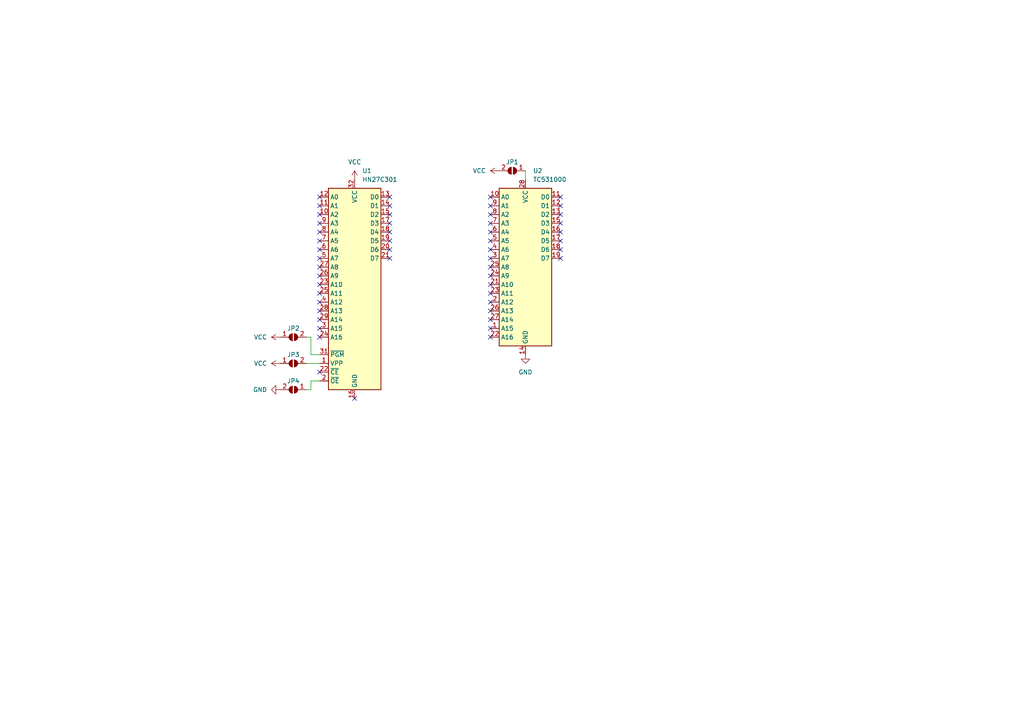
<source format=kicad_sch>
(kicad_sch (version 20230121) (generator eeschema)

  (uuid 230c2cfb-0c5c-485f-aa0d-b502d459a55a)

  (paper "A4")

  (lib_symbols
    (symbol "Jumper:SolderJumper_2_Open" (pin_names (offset 0) hide) (in_bom yes) (on_board yes)
      (property "Reference" "JP" (at 0 2.032 0)
        (effects (font (size 1.27 1.27)))
      )
      (property "Value" "SolderJumper_2_Open" (at 0 -2.54 0)
        (effects (font (size 1.27 1.27)))
      )
      (property "Footprint" "" (at 0 0 0)
        (effects (font (size 1.27 1.27)) hide)
      )
      (property "Datasheet" "~" (at 0 0 0)
        (effects (font (size 1.27 1.27)) hide)
      )
      (property "ki_keywords" "solder jumper SPST" (at 0 0 0)
        (effects (font (size 1.27 1.27)) hide)
      )
      (property "ki_description" "Solder Jumper, 2-pole, open" (at 0 0 0)
        (effects (font (size 1.27 1.27)) hide)
      )
      (property "ki_fp_filters" "SolderJumper*Open*" (at 0 0 0)
        (effects (font (size 1.27 1.27)) hide)
      )
      (symbol "SolderJumper_2_Open_0_1"
        (arc (start -0.254 1.016) (mid -1.2656 0) (end -0.254 -1.016)
          (stroke (width 0) (type default))
          (fill (type none))
        )
        (arc (start -0.254 1.016) (mid -1.2656 0) (end -0.254 -1.016)
          (stroke (width 0) (type default))
          (fill (type outline))
        )
        (polyline
          (pts
            (xy -0.254 1.016)
            (xy -0.254 -1.016)
          )
          (stroke (width 0) (type default))
          (fill (type none))
        )
        (polyline
          (pts
            (xy 0.254 1.016)
            (xy 0.254 -1.016)
          )
          (stroke (width 0) (type default))
          (fill (type none))
        )
        (arc (start 0.254 -1.016) (mid 1.2656 0) (end 0.254 1.016)
          (stroke (width 0) (type default))
          (fill (type none))
        )
        (arc (start 0.254 -1.016) (mid 1.2656 0) (end 0.254 1.016)
          (stroke (width 0) (type default))
          (fill (type outline))
        )
      )
      (symbol "SolderJumper_2_Open_1_1"
        (pin passive line (at -3.81 0 0) (length 2.54)
          (name "A" (effects (font (size 1.27 1.27))))
          (number "1" (effects (font (size 1.27 1.27))))
        )
        (pin passive line (at 3.81 0 180) (length 2.54)
          (name "B" (effects (font (size 1.27 1.27))))
          (number "2" (effects (font (size 1.27 1.27))))
        )
      )
    )
    (symbol "alxlab:HN27C301" (in_bom yes) (on_board yes)
      (property "Reference" "U" (at -7.62 29.21 0)
        (effects (font (size 1.27 1.27)))
      )
      (property "Value" "HN27C301" (at 2.54 -31.75 0)
        (effects (font (size 1.27 1.27)) (justify left))
      )
      (property "Footprint" "" (at 0 0 0)
        (effects (font (size 1.27 1.27)) hide)
      )
      (property "Datasheet" "" (at 0 0 0)
        (effects (font (size 1.27 1.27)) hide)
      )
      (property "ki_keywords" "OTP EPROM 1MiBit" (at 0 0 0)
        (effects (font (size 1.27 1.27)) hide)
      )
      (property "ki_description" "OTP EPROM 1 MiBit (128 Ki x 8 Bit)" (at 0 0 0)
        (effects (font (size 1.27 1.27)) hide)
      )
      (property "ki_fp_filters" "DIP*W15.24mm* PLCC*" (at 0 0 0)
        (effects (font (size 1.27 1.27)) hide)
      )
      (symbol "HN27C301_1_1"
        (rectangle (start -7.62 27.94) (end 7.62 -30.48)
          (stroke (width 0.254) (type default))
          (fill (type background))
        )
        (pin input line (at -10.16 -22.86 0) (length 2.54)
          (name "VPP" (effects (font (size 1.27 1.27))))
          (number "1" (effects (font (size 1.27 1.27))))
        )
        (pin input line (at -10.16 20.32 0) (length 2.54)
          (name "A2" (effects (font (size 1.27 1.27))))
          (number "10" (effects (font (size 1.27 1.27))))
        )
        (pin input line (at -10.16 22.86 0) (length 2.54)
          (name "A1" (effects (font (size 1.27 1.27))))
          (number "11" (effects (font (size 1.27 1.27))))
        )
        (pin input line (at -10.16 25.4 0) (length 2.54)
          (name "A0" (effects (font (size 1.27 1.27))))
          (number "12" (effects (font (size 1.27 1.27))))
        )
        (pin tri_state line (at 10.16 25.4 180) (length 2.54)
          (name "D0" (effects (font (size 1.27 1.27))))
          (number "13" (effects (font (size 1.27 1.27))))
        )
        (pin tri_state line (at 10.16 22.86 180) (length 2.54)
          (name "D1" (effects (font (size 1.27 1.27))))
          (number "14" (effects (font (size 1.27 1.27))))
        )
        (pin tri_state line (at 10.16 20.32 180) (length 2.54)
          (name "D2" (effects (font (size 1.27 1.27))))
          (number "15" (effects (font (size 1.27 1.27))))
        )
        (pin power_in line (at 0 -33.02 90) (length 2.54)
          (name "GND" (effects (font (size 1.27 1.27))))
          (number "16" (effects (font (size 1.27 1.27))))
        )
        (pin tri_state line (at 10.16 17.78 180) (length 2.54)
          (name "D3" (effects (font (size 1.27 1.27))))
          (number "17" (effects (font (size 1.27 1.27))))
        )
        (pin tri_state line (at 10.16 15.24 180) (length 2.54)
          (name "D4" (effects (font (size 1.27 1.27))))
          (number "18" (effects (font (size 1.27 1.27))))
        )
        (pin tri_state line (at 10.16 12.7 180) (length 2.54)
          (name "D5" (effects (font (size 1.27 1.27))))
          (number "19" (effects (font (size 1.27 1.27))))
        )
        (pin input line (at -10.16 -27.94 0) (length 2.54)
          (name "~{OE}" (effects (font (size 1.27 1.27))))
          (number "2" (effects (font (size 1.27 1.27))))
        )
        (pin tri_state line (at 10.16 10.16 180) (length 2.54)
          (name "D6" (effects (font (size 1.27 1.27))))
          (number "20" (effects (font (size 1.27 1.27))))
        )
        (pin tri_state line (at 10.16 7.62 180) (length 2.54)
          (name "D7" (effects (font (size 1.27 1.27))))
          (number "21" (effects (font (size 1.27 1.27))))
        )
        (pin input line (at -10.16 -25.4 0) (length 2.54)
          (name "~{CE}" (effects (font (size 1.27 1.27))))
          (number "22" (effects (font (size 1.27 1.27))))
        )
        (pin input line (at -10.16 0 0) (length 2.54)
          (name "A10" (effects (font (size 1.27 1.27))))
          (number "23" (effects (font (size 1.27 1.27))))
        )
        (pin input line (at -10.16 -15.24 0) (length 2.54)
          (name "A16" (effects (font (size 1.27 1.27))))
          (number "24" (effects (font (size 1.27 1.27))))
        )
        (pin input line (at -10.16 -2.54 0) (length 2.54)
          (name "A11" (effects (font (size 1.27 1.27))))
          (number "25" (effects (font (size 1.27 1.27))))
        )
        (pin input line (at -10.16 2.54 0) (length 2.54)
          (name "A9" (effects (font (size 1.27 1.27))))
          (number "26" (effects (font (size 1.27 1.27))))
        )
        (pin input line (at -10.16 5.08 0) (length 2.54)
          (name "A8" (effects (font (size 1.27 1.27))))
          (number "27" (effects (font (size 1.27 1.27))))
        )
        (pin input line (at -10.16 -7.62 0) (length 2.54)
          (name "A13" (effects (font (size 1.27 1.27))))
          (number "28" (effects (font (size 1.27 1.27))))
        )
        (pin input line (at -10.16 -10.16 0) (length 2.54)
          (name "A14" (effects (font (size 1.27 1.27))))
          (number "29" (effects (font (size 1.27 1.27))))
        )
        (pin input line (at -10.16 -12.7 0) (length 2.54)
          (name "A15" (effects (font (size 1.27 1.27))))
          (number "3" (effects (font (size 1.27 1.27))))
        )
        (pin input line (at -10.16 -20.32 0) (length 2.54)
          (name "~{PGM}" (effects (font (size 1.27 1.27))))
          (number "31" (effects (font (size 1.27 1.27))))
        )
        (pin power_in line (at 0 30.48 270) (length 2.54)
          (name "VCC" (effects (font (size 1.27 1.27))))
          (number "32" (effects (font (size 1.27 1.27))))
        )
        (pin input line (at -10.16 -5.08 0) (length 2.54)
          (name "A12" (effects (font (size 1.27 1.27))))
          (number "4" (effects (font (size 1.27 1.27))))
        )
        (pin input line (at -10.16 7.62 0) (length 2.54)
          (name "A7" (effects (font (size 1.27 1.27))))
          (number "5" (effects (font (size 1.27 1.27))))
        )
        (pin input line (at -10.16 10.16 0) (length 2.54)
          (name "A6" (effects (font (size 1.27 1.27))))
          (number "6" (effects (font (size 1.27 1.27))))
        )
        (pin input line (at -10.16 12.7 0) (length 2.54)
          (name "A5" (effects (font (size 1.27 1.27))))
          (number "7" (effects (font (size 1.27 1.27))))
        )
        (pin input line (at -10.16 15.24 0) (length 2.54)
          (name "A4" (effects (font (size 1.27 1.27))))
          (number "8" (effects (font (size 1.27 1.27))))
        )
        (pin input line (at -10.16 17.78 0) (length 2.54)
          (name "A3" (effects (font (size 1.27 1.27))))
          (number "9" (effects (font (size 1.27 1.27))))
        )
      )
    )
    (symbol "alxlab:TC531000" (in_bom yes) (on_board yes)
      (property "Reference" "U" (at -7.62 24.13 0)
        (effects (font (size 1.27 1.27)))
      )
      (property "Value" "TC531000" (at 2.54 -25.4 0)
        (effects (font (size 1.27 1.27)) (justify left))
      )
      (property "Footprint" "" (at 0 -5.08 0)
        (effects (font (size 1.27 1.27)) hide)
      )
      (property "Datasheet" "" (at 0 -5.08 0)
        (effects (font (size 1.27 1.27)) hide)
      )
      (property "ki_keywords" "MROM 1MiBit" (at 0 0 0)
        (effects (font (size 1.27 1.27)) hide)
      )
      (property "ki_description" "MROM 1 MiBit (128 Ki x 8 Bit)" (at 0 0 0)
        (effects (font (size 1.27 1.27)) hide)
      )
      (property "ki_fp_filters" "DIP*W15.24mm* PLCC*" (at 0 0 0)
        (effects (font (size 1.27 1.27)) hide)
      )
      (symbol "TC531000_1_1"
        (rectangle (start -7.62 22.86) (end 7.62 -22.86)
          (stroke (width 0.254) (type default))
          (fill (type background))
        )
        (pin input line (at -10.16 -17.78 0) (length 2.54)
          (name "A15" (effects (font (size 1.27 1.27))))
          (number "1" (effects (font (size 1.27 1.27))))
        )
        (pin input line (at -10.16 20.32 0) (length 2.54)
          (name "A0" (effects (font (size 1.27 1.27))))
          (number "10" (effects (font (size 1.27 1.27))))
        )
        (pin output line (at 10.16 20.32 180) (length 2.54)
          (name "D0" (effects (font (size 1.27 1.27))))
          (number "11" (effects (font (size 1.27 1.27))))
        )
        (pin output line (at 10.16 17.78 180) (length 2.54)
          (name "D1" (effects (font (size 1.27 1.27))))
          (number "12" (effects (font (size 1.27 1.27))))
        )
        (pin output line (at 10.16 15.24 180) (length 2.54)
          (name "D2" (effects (font (size 1.27 1.27))))
          (number "13" (effects (font (size 1.27 1.27))))
        )
        (pin power_in line (at 0 -25.4 90) (length 2.54)
          (name "GND" (effects (font (size 1.27 1.27))))
          (number "14" (effects (font (size 1.27 1.27))))
        )
        (pin output line (at 10.16 12.7 180) (length 2.54)
          (name "D3" (effects (font (size 1.27 1.27))))
          (number "15" (effects (font (size 1.27 1.27))))
        )
        (pin output line (at 10.16 10.16 180) (length 2.54)
          (name "D4" (effects (font (size 1.27 1.27))))
          (number "16" (effects (font (size 1.27 1.27))))
        )
        (pin output line (at 10.16 7.62 180) (length 2.54)
          (name "D5" (effects (font (size 1.27 1.27))))
          (number "17" (effects (font (size 1.27 1.27))))
        )
        (pin output line (at 10.16 5.08 180) (length 2.54)
          (name "D6" (effects (font (size 1.27 1.27))))
          (number "18" (effects (font (size 1.27 1.27))))
        )
        (pin output line (at 10.16 2.54 180) (length 2.54)
          (name "D7" (effects (font (size 1.27 1.27))))
          (number "19" (effects (font (size 1.27 1.27))))
        )
        (pin input line (at -10.16 -10.16 0) (length 2.54)
          (name "A12" (effects (font (size 1.27 1.27))))
          (number "2" (effects (font (size 1.27 1.27))))
        )
        (pin input line (at -10.16 -5.08 0) (length 2.54)
          (name "A10" (effects (font (size 1.27 1.27))))
          (number "21" (effects (font (size 1.27 1.27))))
        )
        (pin input line (at -10.16 -20.32 0) (length 2.54)
          (name "A16" (effects (font (size 1.27 1.27))))
          (number "22" (effects (font (size 1.27 1.27))))
        )
        (pin input line (at -10.16 -7.62 0) (length 2.54)
          (name "A11" (effects (font (size 1.27 1.27))))
          (number "23" (effects (font (size 1.27 1.27))))
        )
        (pin input line (at -10.16 -2.54 0) (length 2.54)
          (name "A9" (effects (font (size 1.27 1.27))))
          (number "24" (effects (font (size 1.27 1.27))))
        )
        (pin input line (at -10.16 0 0) (length 2.54)
          (name "A8" (effects (font (size 1.27 1.27))))
          (number "25" (effects (font (size 1.27 1.27))))
        )
        (pin input line (at -10.16 -12.7 0) (length 2.54)
          (name "A13" (effects (font (size 1.27 1.27))))
          (number "26" (effects (font (size 1.27 1.27))))
        )
        (pin input line (at -10.16 -15.24 0) (length 2.54)
          (name "A14" (effects (font (size 1.27 1.27))))
          (number "27" (effects (font (size 1.27 1.27))))
        )
        (pin power_in line (at 0 25.4 270) (length 2.54)
          (name "VCC" (effects (font (size 1.27 1.27))))
          (number "28" (effects (font (size 1.27 1.27))))
        )
        (pin input line (at -10.16 2.54 0) (length 2.54)
          (name "A7" (effects (font (size 1.27 1.27))))
          (number "3" (effects (font (size 1.27 1.27))))
        )
        (pin input line (at -10.16 5.08 0) (length 2.54)
          (name "A6" (effects (font (size 1.27 1.27))))
          (number "4" (effects (font (size 1.27 1.27))))
        )
        (pin input line (at -10.16 7.62 0) (length 2.54)
          (name "A5" (effects (font (size 1.27 1.27))))
          (number "5" (effects (font (size 1.27 1.27))))
        )
        (pin input line (at -10.16 10.16 0) (length 2.54)
          (name "A4" (effects (font (size 1.27 1.27))))
          (number "6" (effects (font (size 1.27 1.27))))
        )
        (pin input line (at -10.16 12.7 0) (length 2.54)
          (name "A3" (effects (font (size 1.27 1.27))))
          (number "7" (effects (font (size 1.27 1.27))))
        )
        (pin input line (at -10.16 15.24 0) (length 2.54)
          (name "A2" (effects (font (size 1.27 1.27))))
          (number "8" (effects (font (size 1.27 1.27))))
        )
        (pin input line (at -10.16 17.78 0) (length 2.54)
          (name "A1" (effects (font (size 1.27 1.27))))
          (number "9" (effects (font (size 1.27 1.27))))
        )
      )
    )
    (symbol "power:GND" (power) (pin_names (offset 0)) (in_bom yes) (on_board yes)
      (property "Reference" "#PWR" (at 0 -6.35 0)
        (effects (font (size 1.27 1.27)) hide)
      )
      (property "Value" "GND" (at 0 -3.81 0)
        (effects (font (size 1.27 1.27)))
      )
      (property "Footprint" "" (at 0 0 0)
        (effects (font (size 1.27 1.27)) hide)
      )
      (property "Datasheet" "" (at 0 0 0)
        (effects (font (size 1.27 1.27)) hide)
      )
      (property "ki_keywords" "global power" (at 0 0 0)
        (effects (font (size 1.27 1.27)) hide)
      )
      (property "ki_description" "Power symbol creates a global label with name \"GND\" , ground" (at 0 0 0)
        (effects (font (size 1.27 1.27)) hide)
      )
      (symbol "GND_0_1"
        (polyline
          (pts
            (xy 0 0)
            (xy 0 -1.27)
            (xy 1.27 -1.27)
            (xy 0 -2.54)
            (xy -1.27 -1.27)
            (xy 0 -1.27)
          )
          (stroke (width 0) (type default))
          (fill (type none))
        )
      )
      (symbol "GND_1_1"
        (pin power_in line (at 0 0 270) (length 0) hide
          (name "GND" (effects (font (size 1.27 1.27))))
          (number "1" (effects (font (size 1.27 1.27))))
        )
      )
    )
    (symbol "power:VCC" (power) (pin_names (offset 0)) (in_bom yes) (on_board yes)
      (property "Reference" "#PWR" (at 0 -3.81 0)
        (effects (font (size 1.27 1.27)) hide)
      )
      (property "Value" "VCC" (at 0 3.81 0)
        (effects (font (size 1.27 1.27)))
      )
      (property "Footprint" "" (at 0 0 0)
        (effects (font (size 1.27 1.27)) hide)
      )
      (property "Datasheet" "" (at 0 0 0)
        (effects (font (size 1.27 1.27)) hide)
      )
      (property "ki_keywords" "global power" (at 0 0 0)
        (effects (font (size 1.27 1.27)) hide)
      )
      (property "ki_description" "Power symbol creates a global label with name \"VCC\"" (at 0 0 0)
        (effects (font (size 1.27 1.27)) hide)
      )
      (symbol "VCC_0_1"
        (polyline
          (pts
            (xy -0.762 1.27)
            (xy 0 2.54)
          )
          (stroke (width 0) (type default))
          (fill (type none))
        )
        (polyline
          (pts
            (xy 0 0)
            (xy 0 2.54)
          )
          (stroke (width 0) (type default))
          (fill (type none))
        )
        (polyline
          (pts
            (xy 0 2.54)
            (xy 0.762 1.27)
          )
          (stroke (width 0) (type default))
          (fill (type none))
        )
      )
      (symbol "VCC_1_1"
        (pin power_in line (at 0 0 90) (length 0) hide
          (name "VCC" (effects (font (size 1.27 1.27))))
          (number "1" (effects (font (size 1.27 1.27))))
        )
      )
    )
  )


  (no_connect (at 142.24 67.31) (uuid 07e6f10c-9cb2-4cca-8dd4-b467ea81c5a2))
  (no_connect (at 162.56 64.77) (uuid 084a529e-00d3-462e-979a-7266628f3c2c))
  (no_connect (at 142.24 85.09) (uuid 0c3478d1-0080-47cf-b58d-3872a783bd83))
  (no_connect (at 142.24 95.25) (uuid 0e7fed12-d2ff-469a-ad5f-904dd21685c5))
  (no_connect (at 92.71 87.63) (uuid 0f89ee74-bc01-49b9-9acb-85c36af4e303))
  (no_connect (at 113.03 64.77) (uuid 192fe02a-ee30-484c-a16d-d6af32d80cfa))
  (no_connect (at 113.03 69.85) (uuid 1b437bb0-867c-4afb-9216-75556aba508f))
  (no_connect (at 92.71 64.77) (uuid 233c7513-8ca3-41c1-ac7f-c420dcf9b932))
  (no_connect (at 92.71 62.23) (uuid 23f298cf-63fe-4f8a-b0cb-9c03abe5588c))
  (no_connect (at 92.71 69.85) (uuid 24ccc7cf-1372-41c6-92f3-04fa34e0c202))
  (no_connect (at 162.56 57.15) (uuid 29367af8-5af9-48ff-8f2f-c4cfe14b08b4))
  (no_connect (at 92.71 57.15) (uuid 295f06b2-5b34-4b44-bb79-19cc8d5a07a7))
  (no_connect (at 92.71 74.93) (uuid 299f7dae-8bee-456f-abd7-673bb90c1e69))
  (no_connect (at 142.24 87.63) (uuid 373e9c69-716c-4abf-8967-6b5d204620e3))
  (no_connect (at 92.71 107.95) (uuid 3bc53f51-2938-4f2a-82e3-b8eff91f83f0))
  (no_connect (at 113.03 74.93) (uuid 3c492af1-6234-4b6c-93e8-b12f88a4580e))
  (no_connect (at 92.71 59.69) (uuid 3d77499c-dc80-4f4d-b11b-d42cea7b0edf))
  (no_connect (at 113.03 59.69) (uuid 3d8ed4fe-bce5-4064-a5db-c17b79afde13))
  (no_connect (at 92.71 85.09) (uuid 3f929ed2-fe33-4d57-9e0b-71b5dc2a0378))
  (no_connect (at 142.24 64.77) (uuid 435f2367-7f63-482e-93a5-83fb8af71a59))
  (no_connect (at 142.24 74.93) (uuid 442719ec-bd28-46a1-b5fe-bef60ae1ea8d))
  (no_connect (at 162.56 69.85) (uuid 4c5f28ed-4e9d-433d-8f22-7a18dbf50b99))
  (no_connect (at 92.71 72.39) (uuid 4e6eb2cf-e2a3-4f74-bf2c-91bc6167b8e3))
  (no_connect (at 92.71 90.17) (uuid 587f1130-7ab5-4278-a5f6-992976c3ac49))
  (no_connect (at 142.24 59.69) (uuid 634126ed-7261-402d-affa-8abea60acec5))
  (no_connect (at 142.24 62.23) (uuid 6e7c735d-0961-4d5e-b21e-dfc4c2e4363e))
  (no_connect (at 162.56 62.23) (uuid 6e80ed8f-9dbb-4e1f-853a-c52a3a4795bd))
  (no_connect (at 113.03 72.39) (uuid 72a154e9-0aeb-49d9-a5b4-df25158376ce))
  (no_connect (at 142.24 82.55) (uuid 807e8082-7b0b-42c4-86f6-807c996b4d76))
  (no_connect (at 113.03 62.23) (uuid 8d388c62-78df-46ff-97cd-cbe094329e7b))
  (no_connect (at 142.24 57.15) (uuid 8f9935d8-e806-470c-b844-21a73a296717))
  (no_connect (at 142.24 69.85) (uuid 9d97aa59-f788-4f1a-81a3-ff28345bbd81))
  (no_connect (at 92.71 97.79) (uuid 9f2d25cb-ad4d-4c33-93d9-ba1bbe93026c))
  (no_connect (at 142.24 92.71) (uuid 9ff0c5e3-e9fe-49a7-a456-1d3384d6c7a4))
  (no_connect (at 92.71 67.31) (uuid a14bcdf3-3077-4cb5-9375-6703f64838cb))
  (no_connect (at 162.56 67.31) (uuid a48a4aeb-4285-4eb8-80dc-2786a55d8d76))
  (no_connect (at 92.71 95.25) (uuid ac305e07-09ab-4f2b-b7ea-0525725e3bbc))
  (no_connect (at 113.03 67.31) (uuid b000fa7a-6dc6-4662-a25c-02f14273c9a7))
  (no_connect (at 162.56 59.69) (uuid c940b83e-460b-42c7-a23e-2f46b3f03d5d))
  (no_connect (at 142.24 80.01) (uuid cb036859-ffd0-40ec-9fd8-570bc4d94e35))
  (no_connect (at 92.71 92.71) (uuid cbda602c-eac1-482a-9a52-7c06ca56e575))
  (no_connect (at 92.71 82.55) (uuid cd453a3c-4699-4dde-b33b-e7ba0c861ce0))
  (no_connect (at 162.56 72.39) (uuid cec517a9-009e-4e72-848a-f1cdd709518f))
  (no_connect (at 92.71 80.01) (uuid d03335b4-96f9-4bef-9c03-2e0e4a89b5db))
  (no_connect (at 162.56 74.93) (uuid ed31bad2-0e45-4ac5-85f3-3df4ceaa7ca4))
  (no_connect (at 142.24 97.79) (uuid ee865002-6f30-400d-92e3-4d20b8c6f7d3))
  (no_connect (at 113.03 57.15) (uuid f1be68b4-9332-462d-9320-63cedb2f23ba))
  (no_connect (at 102.87 115.57) (uuid f4f30690-0abf-4ee9-b82f-247ababea092))
  (no_connect (at 142.24 77.47) (uuid f7b4df75-cdc7-406a-b252-774cc13a1d42))
  (no_connect (at 92.71 77.47) (uuid f8edd9dc-0472-4cc8-ab61-27f20b034f0d))
  (no_connect (at 142.24 90.17) (uuid fbb68049-34b9-4525-92b5-0218687bb592))
  (no_connect (at 142.24 72.39) (uuid fcd46f02-5025-4de7-9aa7-fcf10eec6718))

  (wire (pts (xy 90.17 113.03) (xy 90.17 110.49))
    (stroke (width 0) (type default))
    (uuid 18474267-d188-4649-8a07-12f671a85986)
  )
  (wire (pts (xy 90.17 102.87) (xy 92.71 102.87))
    (stroke (width 0) (type default))
    (uuid 1e7cdc4f-db5b-4a6a-bede-2f0bd14e4adf)
  )
  (wire (pts (xy 90.17 110.49) (xy 92.71 110.49))
    (stroke (width 0) (type default))
    (uuid 22c80af4-7c42-49a6-9274-5d7f94b72ac5)
  )
  (wire (pts (xy 90.17 97.79) (xy 90.17 102.87))
    (stroke (width 0) (type default))
    (uuid 3eabef70-930d-4c90-b032-15233c301549)
  )
  (wire (pts (xy 90.17 97.79) (xy 88.9 97.79))
    (stroke (width 0) (type default))
    (uuid 4dca7482-907d-4c58-a802-cf0190ddb3bd)
  )
  (wire (pts (xy 152.4 52.07) (xy 152.4 49.53))
    (stroke (width 0) (type default))
    (uuid 6fff1102-4612-4400-904e-7bc6f09dded6)
  )
  (wire (pts (xy 88.9 113.03) (xy 90.17 113.03))
    (stroke (width 0) (type default))
    (uuid a3637879-3d46-4ca0-9101-bcc111a32b17)
  )
  (wire (pts (xy 88.9 105.41) (xy 92.71 105.41))
    (stroke (width 0) (type default))
    (uuid b6751028-3d10-4106-8fef-b01dff5ff5e8)
  )

  (symbol (lib_id "power:GND") (at 152.4 102.87 0) (unit 1)
    (in_bom yes) (on_board yes) (dnp no) (fields_autoplaced)
    (uuid 134ea180-2575-46ce-976a-379647daf177)
    (property "Reference" "#PWR04" (at 152.4 109.22 0)
      (effects (font (size 1.27 1.27)) hide)
    )
    (property "Value" "GND" (at 152.4 107.95 0)
      (effects (font (size 1.27 1.27)))
    )
    (property "Footprint" "" (at 152.4 102.87 0)
      (effects (font (size 1.27 1.27)) hide)
    )
    (property "Datasheet" "" (at 152.4 102.87 0)
      (effects (font (size 1.27 1.27)) hide)
    )
    (pin "1" (uuid 0641701c-b69c-45d9-b1b3-b7341fdcd7e2))
    (instances
      (project "HN27C301 to TC531000"
        (path "/230c2cfb-0c5c-485f-aa0d-b502d459a55a"
          (reference "#PWR04") (unit 1)
        )
      )
    )
  )

  (symbol (lib_id "Jumper:SolderJumper_2_Open") (at 85.09 113.03 0) (mirror y) (unit 1)
    (in_bom yes) (on_board yes) (dnp no)
    (uuid 37663eda-6a0f-45a1-ac07-14b6fe221724)
    (property "Reference" "JP4" (at 85.09 110.49 0)
      (effects (font (size 1.27 1.27)))
    )
    (property "Value" "SolderJumper_2_Open" (at 85.09 116.84 0)
      (effects (font (size 1.27 1.27)) hide)
    )
    (property "Footprint" "alxlab:SolderJumper-2_P1.127mm_Open_RoundedPad1.0x1.2mm" (at 85.09 113.03 0)
      (effects (font (size 1.27 1.27)) hide)
    )
    (property "Datasheet" "~" (at 85.09 113.03 0)
      (effects (font (size 1.27 1.27)) hide)
    )
    (pin "1" (uuid 7304a587-2312-47f3-9fea-ce6afd9c1125))
    (pin "2" (uuid a46adfe6-a240-4800-be90-b6aab0704014))
    (instances
      (project "HN27C301 to TC531000"
        (path "/230c2cfb-0c5c-485f-aa0d-b502d459a55a"
          (reference "JP4") (unit 1)
        )
      )
    )
  )

  (symbol (lib_id "power:VCC") (at 81.28 97.79 90) (unit 1)
    (in_bom yes) (on_board yes) (dnp no) (fields_autoplaced)
    (uuid 466b77b8-d518-46b1-ac87-a72a1992a5dd)
    (property "Reference" "#PWR02" (at 85.09 97.79 0)
      (effects (font (size 1.27 1.27)) hide)
    )
    (property "Value" "VCC" (at 77.47 97.79 90)
      (effects (font (size 1.27 1.27)) (justify left))
    )
    (property "Footprint" "" (at 81.28 97.79 0)
      (effects (font (size 1.27 1.27)) hide)
    )
    (property "Datasheet" "" (at 81.28 97.79 0)
      (effects (font (size 1.27 1.27)) hide)
    )
    (pin "1" (uuid f80e9334-51c8-4ff8-8dd1-678a56c4f4f1))
    (instances
      (project "HN27C301 to TC531000"
        (path "/230c2cfb-0c5c-485f-aa0d-b502d459a55a"
          (reference "#PWR02") (unit 1)
        )
      )
    )
  )

  (symbol (lib_id "power:GND") (at 81.28 113.03 270) (mirror x) (unit 1)
    (in_bom yes) (on_board yes) (dnp no)
    (uuid 55cffd6f-a67b-4953-8f77-d868aaeb8e43)
    (property "Reference" "#PWR05" (at 74.93 113.03 0)
      (effects (font (size 1.27 1.27)) hide)
    )
    (property "Value" "GND" (at 77.47 113.03 90)
      (effects (font (size 1.27 1.27)) (justify right))
    )
    (property "Footprint" "" (at 81.28 113.03 0)
      (effects (font (size 1.27 1.27)) hide)
    )
    (property "Datasheet" "" (at 81.28 113.03 0)
      (effects (font (size 1.27 1.27)) hide)
    )
    (pin "1" (uuid ffc8511e-d850-4312-8579-2a6b8600aff2))
    (instances
      (project "HN27C301 to TC531000"
        (path "/230c2cfb-0c5c-485f-aa0d-b502d459a55a"
          (reference "#PWR05") (unit 1)
        )
      )
    )
  )

  (symbol (lib_id "alxlab:TC531000") (at 152.4 77.47 0) (unit 1)
    (in_bom yes) (on_board yes) (dnp no) (fields_autoplaced)
    (uuid 68d9a2e5-239d-409c-a0e8-f7ca39157fa7)
    (property "Reference" "U2" (at 154.5941 49.53 0)
      (effects (font (size 1.27 1.27)) (justify left))
    )
    (property "Value" "TC531000" (at 154.5941 52.07 0)
      (effects (font (size 1.27 1.27)) (justify left))
    )
    (property "Footprint" "alxlab:HN27C301-to-TC531000_DIP-28_W15.24mm_LongPads" (at 152.4 82.55 0)
      (effects (font (size 1.27 1.27)) hide)
    )
    (property "Datasheet" "" (at 152.4 82.55 0)
      (effects (font (size 1.27 1.27)) hide)
    )
    (pin "1" (uuid 5345abd5-e291-4e44-8a1d-765c9b14c281))
    (pin "10" (uuid 20bed4af-8b4e-438b-935c-fddd61b35d08))
    (pin "11" (uuid 50a5cee1-bdbe-4318-a256-323ce9d0d7e6))
    (pin "12" (uuid 4607d23e-7344-4b14-8f79-35778fa26a98))
    (pin "13" (uuid dbdb6fe0-48d0-4772-96ed-f53750361aa3))
    (pin "14" (uuid 4d7f587e-8a9b-42ae-9623-9775959daeff))
    (pin "15" (uuid 4811de75-902e-449f-aca0-e8349ffba4bb))
    (pin "16" (uuid c8967301-0d52-41ad-a0ce-524d3a4a82e3))
    (pin "17" (uuid ee3c2d63-ef21-4c58-b3b1-f414ce2cd88e))
    (pin "18" (uuid 6f0c9ba5-3dd6-4a62-9da8-01d4cb307e38))
    (pin "19" (uuid 284ddd2a-174e-4549-91a1-e821ab7e4833))
    (pin "2" (uuid dd2f7905-e283-40ca-83fc-7abdebec3d73))
    (pin "21" (uuid e75b6836-13c0-4cf9-9f6e-9d881b0ad813))
    (pin "22" (uuid 02a51c84-d729-4e91-9eb2-ba21a3324a05))
    (pin "23" (uuid a273c2fc-5c46-4643-9636-68c02c2596da))
    (pin "24" (uuid 2c9c70ea-dbc1-43d8-98bc-42d2c49bde8a))
    (pin "25" (uuid 13588e70-1c6d-403e-a177-8817e670b37c))
    (pin "26" (uuid 8b6ac37d-9d0c-4004-bbd7-b0b2e1954e23))
    (pin "27" (uuid 5ff9851a-c440-4bfb-b944-91e3c44c537e))
    (pin "28" (uuid 847568a5-b5b0-4f72-8c85-71b67f65456a))
    (pin "3" (uuid 8d41aca0-e1ca-431c-9c2a-55ca32d2cf28))
    (pin "4" (uuid a40bb810-7fac-481a-9ce9-67c458cc4f28))
    (pin "5" (uuid 61df08d3-d208-48dc-84a2-2320bdb068f6))
    (pin "6" (uuid 480b9b1c-8f70-4235-bc64-f214306f4ab9))
    (pin "7" (uuid 7f2ed333-2095-4f5f-9adc-17551d1bbd23))
    (pin "8" (uuid 57f07fd0-91db-4eb1-8556-007d37387cec))
    (pin "9" (uuid 83565fea-fe8d-4dde-8681-16e10e3b2400))
    (instances
      (project "HN27C301 to TC531000"
        (path "/230c2cfb-0c5c-485f-aa0d-b502d459a55a"
          (reference "U2") (unit 1)
        )
      )
    )
  )

  (symbol (lib_id "Jumper:SolderJumper_2_Open") (at 85.09 97.79 0) (unit 1)
    (in_bom yes) (on_board yes) (dnp no)
    (uuid 97914d4c-02a3-4cd6-a892-cead77aff5a8)
    (property "Reference" "JP2" (at 85.09 95.25 0)
      (effects (font (size 1.27 1.27)))
    )
    (property "Value" "SolderJumper_2_Open" (at 85.09 93.98 0)
      (effects (font (size 1.27 1.27)) hide)
    )
    (property "Footprint" "alxlab:SolderJumper-2_P1.127mm_Open_RoundedPad1.0x1.2mm" (at 85.09 97.79 0)
      (effects (font (size 1.27 1.27)) hide)
    )
    (property "Datasheet" "~" (at 85.09 97.79 0)
      (effects (font (size 1.27 1.27)) hide)
    )
    (pin "1" (uuid 3a42bcd4-9f20-407f-a710-95add013a372))
    (pin "2" (uuid ddeb4445-482b-4b15-9116-2c2106c951dd))
    (instances
      (project "HN27C301 to TC531000"
        (path "/230c2cfb-0c5c-485f-aa0d-b502d459a55a"
          (reference "JP2") (unit 1)
        )
      )
    )
  )

  (symbol (lib_id "Jumper:SolderJumper_2_Open") (at 148.59 49.53 0) (mirror y) (unit 1)
    (in_bom yes) (on_board yes) (dnp no)
    (uuid 97f858a1-b4d0-47d3-ba4a-4703fcd8d809)
    (property "Reference" "JP1" (at 148.59 46.99 0)
      (effects (font (size 1.27 1.27)))
    )
    (property "Value" "SolderJumper_2_Open" (at 148.59 45.72 0)
      (effects (font (size 1.27 1.27)) hide)
    )
    (property "Footprint" "alxlab:SolderJumper-2_P1.127mm_Open_RoundedPad1.0x1.2mm" (at 148.59 49.53 0)
      (effects (font (size 1.27 1.27)) hide)
    )
    (property "Datasheet" "~" (at 148.59 49.53 0)
      (effects (font (size 1.27 1.27)) hide)
    )
    (pin "1" (uuid bc681e23-2940-4b70-9aaa-c25a3607fb1b))
    (pin "2" (uuid 62e996d5-e1f2-4dee-9939-d12fba8df45c))
    (instances
      (project "HN27C301 to TC531000"
        (path "/230c2cfb-0c5c-485f-aa0d-b502d459a55a"
          (reference "JP1") (unit 1)
        )
      )
    )
  )

  (symbol (lib_id "power:VCC") (at 81.28 105.41 90) (unit 1)
    (in_bom yes) (on_board yes) (dnp no) (fields_autoplaced)
    (uuid a0849028-27e0-4f13-b6e8-2a3afb1a603b)
    (property "Reference" "#PWR06" (at 85.09 105.41 0)
      (effects (font (size 1.27 1.27)) hide)
    )
    (property "Value" "VCC" (at 77.47 105.41 90)
      (effects (font (size 1.27 1.27)) (justify left))
    )
    (property "Footprint" "" (at 81.28 105.41 0)
      (effects (font (size 1.27 1.27)) hide)
    )
    (property "Datasheet" "" (at 81.28 105.41 0)
      (effects (font (size 1.27 1.27)) hide)
    )
    (pin "1" (uuid 899170e2-f917-4e24-980e-8c5f1a27d38a))
    (instances
      (project "HN27C301 to TC531000"
        (path "/230c2cfb-0c5c-485f-aa0d-b502d459a55a"
          (reference "#PWR06") (unit 1)
        )
      )
    )
  )

  (symbol (lib_id "Jumper:SolderJumper_2_Open") (at 85.09 105.41 0) (unit 1)
    (in_bom yes) (on_board yes) (dnp no)
    (uuid c7937bf6-6e4e-457c-9698-e0f5a0e22aed)
    (property "Reference" "JP3" (at 85.09 102.87 0)
      (effects (font (size 1.27 1.27)))
    )
    (property "Value" "SolderJumper_2_Open" (at 85.09 101.6 0)
      (effects (font (size 1.27 1.27)) hide)
    )
    (property "Footprint" "alxlab:SolderJumper-2_P1.127mm_Open_RoundedPad1.0x1.2mm" (at 85.09 105.41 0)
      (effects (font (size 1.27 1.27)) hide)
    )
    (property "Datasheet" "~" (at 85.09 105.41 0)
      (effects (font (size 1.27 1.27)) hide)
    )
    (pin "1" (uuid 86cc8e8f-d04a-4eda-984b-e5dd24398ec0))
    (pin "2" (uuid 2efd90fc-72f9-4dd7-bbc3-4ae2680ea278))
    (instances
      (project "HN27C301 to TC531000"
        (path "/230c2cfb-0c5c-485f-aa0d-b502d459a55a"
          (reference "JP3") (unit 1)
        )
      )
    )
  )

  (symbol (lib_id "power:VCC") (at 144.78 49.53 90) (mirror x) (unit 1)
    (in_bom yes) (on_board yes) (dnp no) (fields_autoplaced)
    (uuid c86e9f5d-2ca5-4270-99e5-920444c788e9)
    (property "Reference" "#PWR01" (at 148.59 49.53 0)
      (effects (font (size 1.27 1.27)) hide)
    )
    (property "Value" "VCC" (at 140.97 49.53 90)
      (effects (font (size 1.27 1.27)) (justify left))
    )
    (property "Footprint" "" (at 144.78 49.53 0)
      (effects (font (size 1.27 1.27)) hide)
    )
    (property "Datasheet" "" (at 144.78 49.53 0)
      (effects (font (size 1.27 1.27)) hide)
    )
    (pin "1" (uuid 46ab4d67-5fc5-4f36-9987-4a1b24a2a185))
    (instances
      (project "HN27C301 to TC531000"
        (path "/230c2cfb-0c5c-485f-aa0d-b502d459a55a"
          (reference "#PWR01") (unit 1)
        )
      )
    )
  )

  (symbol (lib_id "power:VCC") (at 102.87 52.07 0) (unit 1)
    (in_bom yes) (on_board yes) (dnp no) (fields_autoplaced)
    (uuid c9f7c303-33ee-4d75-abec-948310a00a54)
    (property "Reference" "#PWR03" (at 102.87 55.88 0)
      (effects (font (size 1.27 1.27)) hide)
    )
    (property "Value" "VCC" (at 102.87 46.99 0)
      (effects (font (size 1.27 1.27)))
    )
    (property "Footprint" "" (at 102.87 52.07 0)
      (effects (font (size 1.27 1.27)) hide)
    )
    (property "Datasheet" "" (at 102.87 52.07 0)
      (effects (font (size 1.27 1.27)) hide)
    )
    (pin "1" (uuid e35f43ce-6f01-4f20-9b29-acc244248cda))
    (instances
      (project "HN27C301 to TC531000"
        (path "/230c2cfb-0c5c-485f-aa0d-b502d459a55a"
          (reference "#PWR03") (unit 1)
        )
      )
    )
  )

  (symbol (lib_id "alxlab:HN27C301") (at 102.87 82.55 0) (unit 1)
    (in_bom yes) (on_board yes) (dnp no) (fields_autoplaced)
    (uuid f3a2cc78-8a9b-4b62-8ce0-9d49ef6611c8)
    (property "Reference" "U1" (at 105.0641 49.53 0)
      (effects (font (size 1.27 1.27)) (justify left))
    )
    (property "Value" "HN27C301" (at 105.0641 52.07 0)
      (effects (font (size 1.27 1.27)) (justify left))
    )
    (property "Footprint" "alxlab:HN27C301-to-TC531000_DIP-32_W15.24mm_LongPads" (at 102.87 82.55 0)
      (effects (font (size 1.27 1.27)) hide)
    )
    (property "Datasheet" "" (at 102.87 82.55 0)
      (effects (font (size 1.27 1.27)) hide)
    )
    (pin "1" (uuid 0eeccc6e-5a93-42fc-a62b-fc8a76091f83))
    (pin "10" (uuid 9a6999c6-b5c8-4e3b-b50f-9d16248cce7f))
    (pin "11" (uuid c2edda9d-e9cb-4490-bbd9-7911752bb732))
    (pin "12" (uuid 0edf75ad-4b7b-449b-b28b-5d4745bf1559))
    (pin "13" (uuid 1c62ccdd-54a3-4152-b1a9-1589008f7ef8))
    (pin "14" (uuid a602716b-271e-4a1b-bc7b-bfaa003d09db))
    (pin "15" (uuid c7228f45-c08d-444a-874f-874bf0bf1c27))
    (pin "16" (uuid 7f810eb5-7c5c-4661-bb0f-43869a35afdc))
    (pin "17" (uuid a8ba9219-ee83-4754-8580-a8d707d1034f))
    (pin "18" (uuid 310a216b-8f70-4ac4-bedd-039faa642ae4))
    (pin "19" (uuid 639e33f8-330d-4f37-b5e4-cbbb923c14bf))
    (pin "2" (uuid 196b8c28-111d-4776-98c4-4d784450485e))
    (pin "20" (uuid 6e999583-9b44-4b02-9954-3ff14ce4f24f))
    (pin "21" (uuid dfdc51f6-89bc-4968-8f19-6afb2a137647))
    (pin "22" (uuid 9f4ffc3e-8011-43d9-91e3-77e6516c8bdc))
    (pin "23" (uuid c6742860-3e3d-480d-9c81-2910480c0c92))
    (pin "24" (uuid 5f7af787-8b81-4d33-8c69-7ba4b48639d4))
    (pin "25" (uuid 54a35ace-2ea6-4cc1-8d2f-8d426263c6cc))
    (pin "26" (uuid 4b64f84d-def6-41ce-a37a-c444ce7309c3))
    (pin "27" (uuid 8c225a10-77ed-43d9-9983-13a00a5a2009))
    (pin "28" (uuid 3aecca78-ec25-403c-9f0d-a52585b5d0f0))
    (pin "29" (uuid 10c710be-079d-410e-854d-1a1ebe8b07b7))
    (pin "3" (uuid 1845e091-b638-4128-bb00-1b9ceb32c976))
    (pin "31" (uuid acc98307-6546-4ac5-9aff-f2c687b1b709))
    (pin "32" (uuid 379e9fe2-80a6-4ca0-b540-acadcd1bec5e))
    (pin "4" (uuid aa96b3a8-25fa-4d1b-944a-00760a78d018))
    (pin "5" (uuid 942d0840-801d-4328-862c-f508dd23d659))
    (pin "6" (uuid 44edb136-4bc7-4846-a4de-1e07f984c3f0))
    (pin "7" (uuid b6799c88-9823-4214-90ed-726a38c71eec))
    (pin "8" (uuid f571eba7-1cbc-4078-b5c8-9fce3ebe4817))
    (pin "9" (uuid d9ba8489-332f-4705-84c0-6841ca4c4581))
    (instances
      (project "HN27C301 to TC531000"
        (path "/230c2cfb-0c5c-485f-aa0d-b502d459a55a"
          (reference "U1") (unit 1)
        )
      )
    )
  )

  (sheet_instances
    (path "/" (page "1"))
  )
)

</source>
